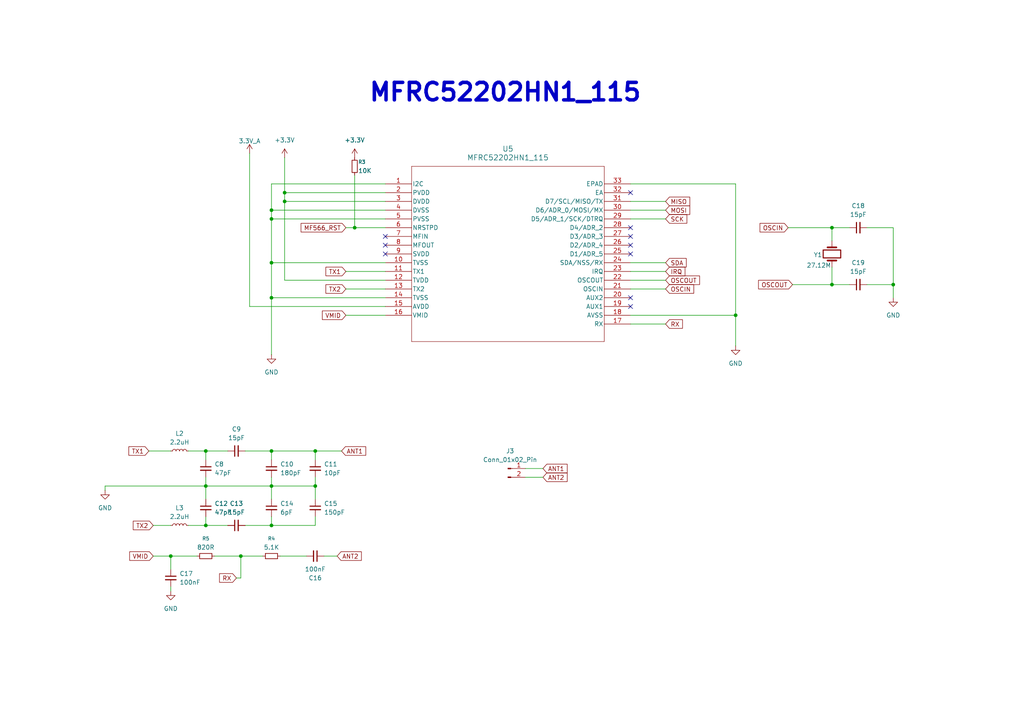
<source format=kicad_sch>
(kicad_sch (version 20250114) (generator "eeschema") (generator_version "9.0")
  (paper "A4")
  (lib_symbols
    (symbol "Connector:Conn_01x02_Pin" (pin_names (offset 1.016) (hide yes))
      (property "Reference" "J" (at 0 2.54 0))
      (property "Value" "Conn_01x02_Pin" (at 0 -5.08 0))
      (symbol "Conn_01x02_Pin_1_1"
        (rectangle (start 0.8636 0.127) (end 0 -0.127) (stroke (width 0.1524)) (fill (type outline)))
        (rectangle (start 0.8636 -2.413) (end 0 -2.667) (stroke (width 0.1524)) (fill (type outline)))
        (polyline (pts (xy 1.27 0) (xy 0.8636 0)) (stroke (width 0.1524)))
        (polyline (pts (xy 1.27 -2.54) (xy 0.8636 -2.54)) (stroke (width 0.1524)))
        (pin passive line (at 5.08 0 180) (length 3.81) (name "Pin_1") (number "1"))
        (pin passive line (at 5.08 -2.54 180) (length 3.81) (name "Pin_2") (number "2"))
      )
    )
    (symbol "Device:C_Small" (pin_numbers (hide yes)) (pin_names (offset 0.254) (hide yes))
      (property "Reference" "C" (at 0.254 1.778 0))
      (property "Value" "C_Small" (at 0.254 -2.032 0))
      (symbol "C_Small_0_1"
        (polyline (pts (xy -1.524 0.508) (xy 1.524 0.508)) (stroke (width 0.3048)))
        (polyline (pts (xy -1.524 -0.508) (xy 1.524 -0.508)) (stroke (width 0.3302)))
      )
      (symbol "C_Small_1_1"
        (pin passive line (at 0 2.54 270) (length 2.032) (name "~") (number "1"))
        (pin passive line (at 0 -2.54 90) (length 2.032) (name "~") (number "2"))
      )
    )
    (symbol "Device:Crystal" (pin_numbers (hide yes)) (pin_names (offset 1.016) (hide yes))
      (property "Reference" "Y" (at 0 3.81 0))
      (property "Value" "Crystal" (at 0 -3.81 0))
      (symbol "Crystal_0_1"
        (polyline (pts (xy -2.54 0) (xy -1.905 0)))
        (polyline (pts (xy -1.905 -1.27) (xy -1.905 1.27)) (stroke (width 0.508)))
        (rectangle (start -1.143 2.54) (end 1.143 -2.54) (stroke (width 0.3048)))
        (polyline (pts (xy 1.905 -1.27) (xy 1.905 1.27)) (stroke (width 0.508)))
        (polyline (pts (xy 2.54 0) (xy 1.905 0)))
      )
      (symbol "Crystal_1_1"
        (pin passive line (at -3.81 0 0) (length 1.27) (name "1") (number "1"))
        (pin passive line (at 3.81 0 180) (length 1.27) (name "2") (number "2"))
      )
    )
    (symbol "Device:L_Small" (pin_numbers (hide yes)) (pin_names (offset 0.254) (hide yes))
      (property "Reference" "L" (at 0.762 1.016 0))
      (property "Value" "L_Small" (at 0.762 -1.016 0))
      (symbol "L_Small_0_1"
        (arc (start 0 2.032) (mid 0.5058 1.524) (end 0 1.016))
        (arc (start 0 1.016) (mid 0.5058 0.508) (end 0 0))
        (arc (start 0 0) (mid 0.5058 -0.508) (end 0 -1.016))
        (arc (start 0 -1.016) (mid 0.5058 -1.524) (end 0 -2.032))
      )
      (symbol "L_Small_1_1"
        (pin passive line (at 0 2.54 270) (length 0.508) (name "~") (number "1"))
        (pin passive line (at 0 -2.54 90) (length 0.508) (name "~") (number "2"))
      )
    )
    (symbol "Device:R_Small" (pin_numbers (hide yes)) (pin_names (offset 0.254) (hide yes))
      (property "Reference" "R" (at 0 0 90))
      (property "Value" "R_Small" (at 1.778 0 90))
      (symbol "R_Small_0_1"
        (rectangle (start -0.762 1.778) (end 0.762 -1.778) (stroke (width 0.2032)))
      )
      (symbol "R_Small_1_1"
        (pin passive line (at 0 2.54 270) (length 0.762) (name "~") (number "1"))
        (pin passive line (at 0 -2.54 90) (length 0.762) (name "~") (number "2"))
      )
    )
    (symbol "MFRC522:MFRC52202HN1_115" (pin_names (offset 0.254))
      (property "Reference" "U" (at 35.56 10.16 0))
      (property "Value" "MFRC52202HN1_115" (at 35.56 7.62 0))
      (symbol "MFRC52202HN1_115_0_1"
        (polyline (pts (xy 7.62 5.08) (xy 7.62 -45.72)) (stroke (width 0.127)))
        (polyline (pts (xy 7.62 -45.72) (xy 63.5 -45.72)) (stroke (width 0.127)))
        (polyline (pts (xy 63.5 5.08) (xy 7.62 5.08)) (stroke (width 0.127)))
        (polyline (pts (xy 63.5 -45.72) (xy 63.5 5.08)) (stroke (width 0.127)))
        (pin input line (at 0 0 0) (length 7.62) (name "I2C") (number "1"))
        (pin power_in line (at 0 -2.54 0) (length 7.62) (name "PVDD") (number "2"))
        (pin power_in line (at 0 -5.08 0) (length 7.62) (name "DVDD") (number "3"))
        (pin power_out line (at 0 -7.62 0) (length 7.62) (name "DVSS") (number "4"))
        (pin power_out line (at 0 -10.16 0) (length 7.62) (name "PVSS") (number "5"))
        (pin input line (at 0 -12.7 0) (length 7.62) (name "NRSTPD") (number "6"))
        (pin input line (at 0 -15.24 0) (length 7.62) (name "MFIN") (number "7"))
        (pin output line (at 0 -17.78 0) (length 7.62) (name "MFOUT") (number "8"))
        (pin power_in line (at 0 -20.32 0) (length 7.62) (name "SVDD") (number "9"))
        (pin power_out line (at 0 -22.86 0) (length 7.62) (name "TVSS") (number "10"))
        (pin output line (at 0 -25.4 0) (length 7.62) (name "TX1") (number "11"))
        (pin power_in line (at 0 -27.94 0) (length 7.62) (name "TVDD") (number "12"))
        (pin output line (at 0 -30.48 0) (length 7.62) (name "TX2") (number "13"))
        (pin power_out line (at 0 -33.02 0) (length 7.62) (name "TVSS") (number "14"))
        (pin power_in line (at 0 -35.56 0) (length 7.62) (name "AVDD") (number "15"))
        (pin power_in line (at 0 -38.1 0) (length 7.62) (name "VMID") (number "16"))
        (pin power_out line (at 71.12 0 180) (length 7.62) (name "EPAD") (number "33"))
        (pin input line (at 71.12 -2.54 180) (length 7.62) (name "EA") (number "32"))
        (pin bidirectional line (at 71.12 -5.08 180) (length 7.62) (name "D7/SCL/MISO/TX") (number "31"))
        (pin bidirectional line (at 71.12 -7.62 180) (length 7.62) (name "D6/ADR_0/MOSI/MX") (number "30"))
        (pin bidirectional line (at 71.12 -10.16 180) (length 7.62) (name "D5/ADR_1/SCK/DTRQ") (number "29"))
        (pin bidirectional line (at 71.12 -12.7 180) (length 7.62) (name "D4/ADR_2") (number "28"))
        (pin bidirectional line (at 71.12 -15.24 180) (length 7.62) (name "D3/ADR_3") (number "27"))
        (pin bidirectional line (at 71.12 -17.78 180) (length 7.62) (name "D2/ADR_4") (number "26"))
        (pin bidirectional line (at 71.12 -20.32 180) (length 7.62) (name "D1/ADR_5") (number "25"))
        (pin bidirectional line (at 71.12 -22.86 180) (length 7.62) (name "SDA/NSS/RX") (number "24"))
        (pin output line (at 71.12 -25.4 180) (length 7.62) (name "IRQ") (number "23"))
        (pin output line (at 71.12 -27.94 180) (length 7.62) (name "OSCOUT") (number "22"))
        (pin input line (at 71.12 -30.48 180) (length 7.62) (name "OSCIN") (number "21"))
        (pin output line (at 71.12 -33.02 180) (length 7.62) (name "AUX2") (number "20"))
        (pin output line (at 71.12 -35.56 180) (length 7.62) (name "AUX1") (number "19"))
        (pin power_out line (at 71.12 -38.1 180) (length 7.62) (name "AVSS") (number "18"))
        (pin input line (at 71.12 -40.64 180) (length 7.62) (name "RX") (number "17"))
      )
    )
    (symbol "SparkFun-PowerSymbol:3.3V_A" (power) (pin_names (offset 0))
      (property "Value" "3.3V_A" (at 0 3.81 0))
      (symbol "3.3V_A_0_1"
        (polyline (pts (xy -0.762 1.27) (xy 0 2.54)))
        (polyline (pts (xy 0 2.54) (xy 0.762 1.27)))
        (polyline (pts (xy 0 0) (xy 0 2.54)))
      )
      (symbol "3.3V_A_1_1"
        (pin power_in line (at 0 0 90) (length 0) (hide yes) (name "3.3V_A") (number "1"))
      )
    )
    (symbol "power:+3.3V" (power) (pin_numbers (hide yes)) (pin_names (offset 0) (hide yes))
      (property "Value" "+3.3V" (at 0 3.556 0))
      (symbol "+3.3V_0_1"
        (polyline (pts (xy -0.762 1.27) (xy 0 2.54)))
        (polyline (pts (xy 0 2.54) (xy 0.762 1.27)))
        (polyline (pts (xy 0 0) (xy 0 2.54)))
      )
      (symbol "+3.3V_1_1"
        (pin power_in line (at 0 0 90) (length 0) (name "~") (number "1"))
      )
    )
    (symbol "power:GND" (power) (pin_numbers (hide yes)) (pin_names (offset 0) (hide yes))
      (property "Value" "GND" (at 0 -3.81 0))
      (symbol "GND_0_1"
        (polyline (pts (xy 0 0) (xy 0 -1.27) (xy 1.27 -1.27) (xy 0 -2.54) (xy -1.27 -1.27) (xy 0 -1.27)))
      )
      (symbol "GND_1_1"
        (pin power_in line (at 0 0 270) (length 0) (name "~") (number "1"))
      )
    )
  )
  (text "MFRC52202HN1_115" (at 146.558 26.924 0) (effects (font (size 5.08 5.08) (thickness 1.016) (bold yes))))
  (junction (at 91.44 140.97))
  (junction (at 69.85 161.29))
  (junction (at 59.69 130.81))
  (junction (at 78.74 152.4))
  (junction (at 259.08 82.55))
  (junction (at 91.44 130.81))
  (junction (at 82.55 55.88))
  (junction (at 241.3 66.04))
  (junction (at 59.69 140.97))
  (junction (at 49.53 161.29))
  (junction (at 78.74 86.36))
  (junction (at 241.3 82.55))
  (junction (at 78.74 140.97))
  (junction (at 213.36 91.44))
  (junction (at 59.69 152.4))
  (junction (at 78.74 63.5))
  (junction (at 78.74 60.96))
  (junction (at 102.87 66.04))
  (junction (at 78.74 76.2))
  (junction (at 78.74 130.81))
  (junction (at 82.55 58.42))
  (no_connect (at 111.76 73.66))
  (no_connect (at 182.88 73.66))
  (no_connect (at 182.88 55.88))
  (no_connect (at 182.88 66.04))
  (no_connect (at 182.88 86.36))
  (no_connect (at 111.76 71.12))
  (no_connect (at 111.76 68.58))
  (no_connect (at 182.88 71.12))
  (no_connect (at 182.88 68.58))
  (no_connect (at 182.88 88.9))
  (wire (pts (xy 78.74 86.36) (xy 111.76 86.36)))
  (wire (pts (xy 49.53 165.1) (xy 49.53 161.29)))
  (wire (pts (xy 241.3 82.55) (xy 241.3 77.47)))
  (wire (pts (xy 213.36 100.33) (xy 213.36 91.44)))
  (wire (pts (xy 241.3 66.04) (xy 241.3 69.85)))
  (wire (pts (xy 78.74 140.97) (xy 91.44 140.97)))
  (wire (pts (xy 78.74 130.81) (xy 91.44 130.81)))
  (wire (pts (xy 59.69 152.4) (xy 59.69 149.86)))
  (wire (pts (xy 68.58 167.64) (xy 69.85 167.64)))
  (wire (pts (xy 78.74 53.34) (xy 78.74 60.96)))
  (wire (pts (xy 152.4 138.43) (xy 157.48 138.43)))
  (wire (pts (xy 62.23 161.29) (xy 69.85 161.29)))
  (wire (pts (xy 91.44 140.97) (xy 91.44 144.78)))
  (wire (pts (xy 78.74 76.2) (xy 111.76 76.2)))
  (wire (pts (xy 59.69 140.97) (xy 78.74 140.97)))
  (wire (pts (xy 259.08 82.55) (xy 259.08 86.36)))
  (wire (pts (xy 44.45 161.29) (xy 49.53 161.29)))
  (wire (pts (xy 71.12 130.81) (xy 78.74 130.81)))
  (wire (pts (xy 182.88 76.2) (xy 193.04 76.2)))
  (wire (pts (xy 100.33 83.82) (xy 111.76 83.82)))
  (wire (pts (xy 78.74 60.96) (xy 111.76 60.96)))
  (wire (pts (xy 78.74 53.34) (xy 111.76 53.34)))
  (wire (pts (xy 78.74 149.86) (xy 78.74 152.4)))
  (wire (pts (xy 111.76 63.5) (xy 78.74 63.5)))
  (wire (pts (xy 182.88 58.42) (xy 193.04 58.42)))
  (wire (pts (xy 54.61 152.4) (xy 59.69 152.4)))
  (wire (pts (xy 100.33 66.04) (xy 102.87 66.04)))
  (wire (pts (xy 30.48 140.97) (xy 59.69 140.97)))
  (wire (pts (xy 213.36 53.34) (xy 182.88 53.34)))
  (wire (pts (xy 78.74 63.5) (xy 78.74 76.2)))
  (wire (pts (xy 78.74 140.97) (xy 78.74 144.78)))
  (wire (pts (xy 78.74 133.35) (xy 78.74 130.81)))
  (wire (pts (xy 72.39 88.9) (xy 111.76 88.9)))
  (wire (pts (xy 111.76 58.42) (xy 82.55 58.42)))
  (wire (pts (xy 54.61 130.81) (xy 59.69 130.81)))
  (wire (pts (xy 91.44 133.35) (xy 91.44 130.81)))
  (wire (pts (xy 72.39 44.45) (xy 72.39 88.9)))
  (wire (pts (xy 182.88 91.44) (xy 213.36 91.44)))
  (wire (pts (xy 182.88 93.98) (xy 193.04 93.98)))
  (wire (pts (xy 82.55 81.28) (xy 82.55 58.42)))
  (wire (pts (xy 111.76 81.28) (xy 82.55 81.28)))
  (wire (pts (xy 182.88 83.82) (xy 193.04 83.82)))
  (wire (pts (xy 59.69 130.81) (xy 66.04 130.81)))
  (wire (pts (xy 259.08 66.04) (xy 251.46 66.04)))
  (wire (pts (xy 59.69 130.81) (xy 59.69 133.35)))
  (wire (pts (xy 78.74 76.2) (xy 78.74 86.36)))
  (wire (pts (xy 69.85 161.29) (xy 76.2 161.29)))
  (wire (pts (xy 228.6 66.04) (xy 241.3 66.04)))
  (wire (pts (xy 59.69 140.97) (xy 59.69 144.78)))
  (wire (pts (xy 82.55 55.88) (xy 111.76 55.88)))
  (wire (pts (xy 44.45 152.4) (xy 49.53 152.4)))
  (wire (pts (xy 82.55 58.42) (xy 82.55 55.88)))
  (wire (pts (xy 59.69 152.4) (xy 66.04 152.4)))
  (wire (pts (xy 182.88 60.96) (xy 193.04 60.96)))
  (wire (pts (xy 259.08 66.04) (xy 259.08 82.55)))
  (wire (pts (xy 91.44 130.81) (xy 99.06 130.81)))
  (wire (pts (xy 229.87 82.55) (xy 241.3 82.55)))
  (wire (pts (xy 78.74 86.36) (xy 78.74 102.87)))
  (wire (pts (xy 182.88 63.5) (xy 193.04 63.5)))
  (wire (pts (xy 241.3 82.55) (xy 246.38 82.55)))
  (wire (pts (xy 91.44 149.86) (xy 91.44 152.4)))
  (wire (pts (xy 182.88 81.28) (xy 193.04 81.28)))
  (wire (pts (xy 213.36 91.44) (xy 213.36 53.34)))
  (wire (pts (xy 30.48 142.24) (xy 30.48 140.97)))
  (wire (pts (xy 49.53 170.18) (xy 49.53 171.45)))
  (wire (pts (xy 102.87 66.04) (xy 111.76 66.04)))
  (wire (pts (xy 59.69 140.97) (xy 59.69 138.43)))
  (wire (pts (xy 152.4 135.89) (xy 157.48 135.89)))
  (wire (pts (xy 102.87 50.8) (xy 102.87 66.04)))
  (wire (pts (xy 78.74 60.96) (xy 78.74 63.5)))
  (wire (pts (xy 78.74 138.43) (xy 78.74 140.97)))
  (wire (pts (xy 81.28 161.29) (xy 88.9 161.29)))
  (wire (pts (xy 91.44 138.43) (xy 91.44 140.97)))
  (wire (pts (xy 82.55 45.72) (xy 82.55 55.88)))
  (wire (pts (xy 49.53 161.29) (xy 57.15 161.29)))
  (wire (pts (xy 78.74 152.4) (xy 91.44 152.4)))
  (wire (pts (xy 97.79 161.29) (xy 93.98 161.29)))
  (wire (pts (xy 100.33 78.74) (xy 111.76 78.74)))
  (wire (pts (xy 71.12 152.4) (xy 78.74 152.4)))
  (wire (pts (xy 241.3 66.04) (xy 246.38 66.04)))
  (wire (pts (xy 69.85 167.64) (xy 69.85 161.29)))
  (wire (pts (xy 251.46 82.55) (xy 259.08 82.55)))
  (wire (pts (xy 182.88 78.74) (xy 193.04 78.74)))
  (wire (pts (xy 100.33 91.44) (xy 111.76 91.44)))
  (wire (pts (xy 43.18 130.81) (xy 49.53 130.81)))
  (global_label "VMID" (shape input) (at 100.33 91.44 180) (property "Intersheetrefs" "${INTERSHEET_REFS}" (effects (hide yes))))
  (global_label "ANT1" (shape input) (at 157.48 135.89 0) (property "Intersheetrefs" "${INTERSHEET_REFS}" (effects (hide yes))))
  (global_label "MISO" (shape input) (at 193.04 58.42 0) (property "Intersheetrefs" "${INTERSHEET_REFS}" (effects (hide yes))))
  (global_label "OSCIN" (shape input) (at 228.6 66.04 180) (property "Intersheetrefs" "${INTERSHEET_REFS}" (effects (hide yes))))
  (global_label "TX2" (shape input) (at 100.33 83.82 180) (property "Intersheetrefs" "${INTERSHEET_REFS}" (effects (hide yes))))
  (global_label "VMID" (shape input) (at 44.45 161.29 180) (property "Intersheetrefs" "${INTERSHEET_REFS}" (effects (hide yes))))
  (global_label "ANT1" (shape input) (at 99.06 130.81 0) (property "Intersheetrefs" "${INTERSHEET_REFS}" (effects (hide yes))))
  (global_label "SDA" (shape input) (at 193.04 76.2 0) (property "Intersheetrefs" "${INTERSHEET_REFS}" (effects (hide yes))))
  (global_label "ANT2" (shape input) (at 157.48 138.43 0) (property "Intersheetrefs" "${INTERSHEET_REFS}" (effects (hide yes))))
  (global_label "OSCOUT" (shape input) (at 193.04 81.28 0) (property "Intersheetrefs" "${INTERSHEET_REFS}" (effects (hide yes))))
  (global_label "TX1" (shape input) (at 100.33 78.74 180) (property "Intersheetrefs" "${INTERSHEET_REFS}" (effects (hide yes))))
  (global_label "OSCOUT" (shape input) (at 229.87 82.55 180) (property "Intersheetrefs" "${INTERSHEET_REFS}" (effects (hide yes))))
  (global_label "RX" (shape input) (at 68.58 167.64 180) (property "Intersheetrefs" "${INTERSHEET_REFS}" (effects (hide yes))))
  (global_label "MOSI" (shape input) (at 193.04 60.96 0) (property "Intersheetrefs" "${INTERSHEET_REFS}" (effects (hide yes))))
  (global_label "TX2" (shape input) (at 44.45 152.4 180) (property "Intersheetrefs" "${INTERSHEET_REFS}" (effects (hide yes))))
  (global_label "SCK" (shape input) (at 193.04 63.5 0) (property "Intersheetrefs" "${INTERSHEET_REFS}" (effects (hide yes))))
  (global_label "OSCIN" (shape input) (at 193.04 83.82 0) (property "Intersheetrefs" "${INTERSHEET_REFS}" (effects (hide yes))))
  (global_label "IRQ" (shape input) (at 193.04 78.74 0) (property "Intersheetrefs" "${INTERSHEET_REFS}" (effects (hide yes))))
  (global_label "TX1" (shape input) (at 43.18 130.81 180) (property "Intersheetrefs" "${INTERSHEET_REFS}" (effects (hide yes))))
  (global_label "ANT2" (shape input) (at 97.79 161.29 0) (property "Intersheetrefs" "${INTERSHEET_REFS}" (effects (hide yes))))
  (global_label "MF566_RST" (shape input) (at 100.33 66.04 180) (property "Intersheetrefs" "${INTERSHEET_REFS}" (effects (hide yes))))
  (global_label "RX" (shape input) (at 193.04 93.98 0) (property "Intersheetrefs" "${INTERSHEET_REFS}" (effects (hide yes))))
  (symbol (lib_id "Connector:Conn_01x02_Pin") (at 147.32 135.89 0) (unit 1)
    (property "Reference" "J3" (at 147.955 130.81 0))
    (property "Value" "Conn_01x02_Pin" (at 147.955 133.35 0))
    (property "Footprint" "Connector_PinSocket_2.54mm:PinSocket_1x02_P2.54mm_Vertical" (effects (hide yes)))
    (property "Description" "Generic connector, single row, 01x02, script generated" (effects (hide yes)))
  )
  (symbol (lib_id "Device:C_Small") (at 91.44 147.32 0) (unit 1)
    (property "Reference" "C15" (at 93.98 146.0562 0) (effects (justify left)))
    (property "Value" "150pF" (at 93.98 148.5962 0) (effects (justify left)))
    (property "Footprint" "Capacitor_SMD:C_0603_1608Metric" (effects (hide yes)))
    (property "Description" "Unpolarized capacitor, small symbol" (effects (hide yes)))
  )
  (symbol (lib_id "Device:C_Small") (at 91.44 161.29 270) (unit 1)
    (property "Reference" "C16" (at 91.4337 167.64 90))
    (property "Value" "100nF" (at 91.4337 165.1 90))
    (property "Footprint" "Capacitor_SMD:C_0603_1608Metric" (effects (hide yes)))
    (property "Description" "Unpolarized capacitor, small symbol" (effects (hide yes)))
  )
  (symbol (lib_id "power:GND") (at 78.74 102.87 0) (unit 1)
    (property "Reference" "#PWR02" (effects (hide yes)))
    (property "Value" "GND" (at 78.74 107.95 0))
    (property "Description" "Power symbol creates a global label with name \"GND\" , ground" (effects (hide yes)))
  )
  (symbol (lib_id "MFRC522:MFRC52202HN1_115") (at 111.76 53.34 0) (unit 1)
    (property "Reference" "U5" (at 147.32 43.18 0) (effects (font (size 1.524 1.524))))
    (property "Value" "MFRC52202HN1_115" (at 147.32 45.72 0) (effects (font (size 1.524 1.524))))
    (property "Footprint" "MFRC5200:HVQFN32_SOT617-1_NXP" (effects (hide yes)))
    (property "Datasheet" "MFRC52202HN1_115" (effects (hide yes)))
  )
  (symbol (lib_id "power:GND") (at 49.53 171.45 0) (unit 1)
    (property "Reference" "#PWR07" (effects (hide yes)))
    (property "Value" "GND" (at 49.53 176.53 0))
    (property "Description" "Power symbol creates a global label with name \"GND\" , ground" (effects (hide yes)))
  )
  (symbol (lib_id "power:GND") (at 259.08 86.36 0) (unit 1)
    (property "Reference" "#PWR08" (effects (hide yes)))
    (property "Value" "GND" (at 259.08 91.44 0))
    (property "Description" "Power symbol creates a global label with name \"GND\" , ground" (effects (hide yes)))
  )
  (symbol (lib_id "Device:R_Small") (at 102.87 48.26 0) (unit 1)
    (property "Reference" "R3" (at 103.886 46.99 0) (effects (font (size 1.016 1.016)) (justify left)))
    (property "Value" "10K" (at 103.886 49.53 0) (effects (justify left)))
    (property "Footprint" "Resistor_SMD:R_0603_1608Metric" (effects (hide yes)))
    (property "Description" "Resistor, small symbol" (effects (hide yes)))
  )
  (symbol (lib_id "Device:C_Small") (at 248.92 82.55 90) (unit 1)
    (property "Reference" "C19" (at 248.9263 76.2 90))
    (property "Value" "15pF" (at 248.9263 78.74 90))
    (property "Footprint" "Capacitor_SMD:C_0603_1608Metric" (effects (hide yes)))
    (property "Description" "Unpolarized capacitor, small symbol" (effects (hide yes)))
  )
  (symbol (lib_id "power:+3.3V") (at 102.87 45.72 0) (unit 1)
    (property "Reference" "#PWR05" (effects (hide yes)))
    (property "Value" "+3.3V" (at 102.87 40.64 0))
    (property "Description" "Power symbol creates a global label with name \"+3.3V\"" (effects (hide yes)))
  )
  (symbol (lib_id "Device:C_Small") (at 91.44 135.89 0) (unit 1)
    (property "Reference" "C11" (at 93.98 134.6262 0) (effects (justify left)))
    (property "Value" "10pF" (at 93.98 137.1662 0) (effects (justify left)))
    (property "Footprint" "Capacitor_SMD:C_0603_1608Metric" (effects (hide yes)))
    (property "Description" "Unpolarized capacitor, small symbol" (effects (hide yes)))
  )
  (symbol (lib_id "Device:C_Small") (at 49.53 167.64 0) (unit 1)
    (property "Reference" "C17" (at 52.07 166.3762 0) (effects (justify left)))
    (property "Value" "100nF" (at 52.07 168.9162 0) (effects (justify left)))
    (property "Footprint" "Capacitor_SMD:C_0603_1608Metric" (effects (hide yes)))
    (property "Description" "Unpolarized capacitor, small symbol" (effects (hide yes)))
  )
  (symbol (lib_id "Device:R_Small") (at 59.69 161.29 90) (unit 1)
    (property "Reference" "R5" (at 59.69 156.21 90) (effects (font (size 1.016 1.016))))
    (property "Value" "820R" (at 59.69 158.75 90))
    (property "Footprint" "Resistor_SMD:R_0603_1608Metric" (effects (hide yes)))
    (property "Description" "Resistor, small symbol" (effects (hide yes)))
  )
  (symbol (lib_id "Device:C_Small") (at 78.74 135.89 0) (unit 1)
    (property "Reference" "C10" (at 81.28 134.6262 0) (effects (justify left)))
    (property "Value" "180pF" (at 81.28 137.1662 0) (effects (justify left)))
    (property "Footprint" "Capacitor_SMD:C_0603_1608Metric" (effects (hide yes)))
    (property "Description" "Unpolarized capacitor, small symbol" (effects (hide yes)))
  )
  (symbol (lib_id "Device:C_Small") (at 248.92 66.04 90) (unit 1)
    (property "Reference" "C18" (at 248.9263 59.69 90))
    (property "Value" "15pF" (at 248.9263 62.23 90))
    (property "Footprint" "Capacitor_SMD:C_0603_1608Metric" (effects (hide yes)))
    (property "Description" "Unpolarized capacitor, small symbol" (effects (hide yes)))
  )
  (symbol (lib_id "power:GND") (at 213.36 100.33 0) (unit 1)
    (property "Reference" "#PWR04" (effects (hide yes)))
    (property "Value" "GND" (at 213.36 105.41 0))
    (property "Description" "Power symbol creates a global label with name \"GND\" , ground" (effects (hide yes)))
  )
  (symbol (lib_id "power:GND") (at 30.48 142.24 0) (unit 1)
    (property "Reference" "#PWR06" (effects (hide yes)))
    (property "Value" "GND" (at 30.48 147.32 0))
    (property "Description" "Power symbol creates a global label with name \"GND\" , ground" (effects (hide yes)))
  )
  (symbol (lib_id "SparkFun-PowerSymbol:3.3V_A") (at 72.39 44.45 0) (unit 1)
    (property "Reference" "#PWR037" (effects (hide yes)))
    (property "Value" "3.3V_A" (at 72.39 40.894 0))
    (property "Description" "Power symbol creates a global label with name \"3.3V_A\"" (effects (hide yes)))
  )
  (symbol (lib_id "Device:C_Small") (at 68.58 152.4 90) (unit 1)
    (property "Reference" "C13" (at 68.5863 146.05 90))
    (property "Value" "15pF" (at 68.5863 148.59 90))
    (property "Footprint" "Capacitor_SMD:C_0603_1608Metric" (effects (hide yes)))
    (property "Description" "Unpolarized capacitor, small symbol" (effects (hide yes)))
  )
  (symbol (lib_id "Device:L_Small") (at 52.07 130.81 90) (unit 1)
    (property "Reference" "L2" (at 52.07 125.73 90))
    (property "Value" "2.2uH" (at 52.07 128.27 90))
    (property "Footprint" "Inductor_SMD:L_0603_1608Metric" (effects (hide yes)))
    (property "Description" "Inductor, small symbol" (effects (hide yes)))
  )
  (symbol (lib_id "Device:C_Small") (at 68.58 130.81 90) (unit 1)
    (property "Reference" "C9" (at 68.5863 124.46 90))
    (property "Value" "15pF" (at 68.5863 127 90))
    (property "Footprint" "Capacitor_SMD:C_0603_1608Metric" (effects (hide yes)))
    (property "Description" "Unpolarized capacitor, small symbol" (effects (hide yes)))
  )
  (symbol (lib_id "Device:Crystal") (at 241.3 73.66 90) (unit 1)
    (property "Reference" "Y1" (at 235.966 73.914 90) (effects (justify right)))
    (property "Value" "27.12M" (at 233.934 76.962 90) (effects (justify right)))
    (property "Footprint" "Crystal:Crystal_SMD_TXC_7A-2Pin_5x3.2mm" (effects (hide yes)))
    (property "Description" "Two pin crystal" (effects (hide yes)))
  )
  (symbol (lib_id "Device:R_Small") (at 78.74 161.29 90) (unit 1)
    (property "Reference" "R4" (at 78.74 156.21 90) (effects (font (size 1.016 1.016))))
    (property "Value" "5.1K" (at 78.74 158.75 90))
    (property "Footprint" "Resistor_SMD:R_0603_1608Metric" (effects (hide yes)))
    (property "Description" "Resistor, small symbol" (effects (hide yes)))
  )
  (symbol (lib_id "power:+3.3V") (at 82.55 45.72 0) (unit 1)
    (property "Reference" "#PWR03" (effects (hide yes)))
    (property "Value" "+3.3V" (at 82.55 40.64 0))
    (property "Description" "Power symbol creates a global label with name \"+3.3V\"" (effects (hide yes)))
  )
  (symbol (lib_id "Device:C_Small") (at 59.69 135.89 0) (unit 1)
    (property "Reference" "C8" (at 62.23 134.6262 0) (effects (justify left)))
    (property "Value" "47pF" (at 62.23 137.1662 0) (effects (justify left)))
    (property "Footprint" "Capacitor_SMD:C_0603_1608Metric" (effects (hide yes)))
    (property "Description" "Unpolarized capacitor, small symbol" (effects (hide yes)))
  )
  (symbol (lib_id "Device:C_Small") (at 78.74 147.32 0) (unit 1)
    (property "Reference" "C14" (at 81.28 146.0562 0) (effects (justify left)))
    (property "Value" "6pF" (at 81.28 148.5962 0) (effects (justify left)))
    (property "Footprint" "Capacitor_SMD:C_0603_1608Metric" (effects (hide yes)))
    (property "Description" "Unpolarized capacitor, small symbol" (effects (hide yes)))
  )
  (symbol (lib_id "Device:L_Small") (at 52.07 152.4 90) (unit 1)
    (property "Reference" "L3" (at 52.07 147.32 90))
    (property "Value" "2.2uH" (at 52.07 149.86 90))
    (property "Footprint" "Inductor_SMD:L_0603_1608Metric" (effects (hide yes)))
    (property "Description" "Inductor, small symbol" (effects (hide yes)))
  )
  (symbol (lib_id "Device:C_Small") (at 59.69 147.32 0) (unit 1)
    (property "Reference" "C12" (at 62.23 146.0562 0) (effects (justify left)))
    (property "Value" "47pF" (at 62.23 148.5962 0) (effects (justify left)))
    (property "Footprint" "Capacitor_SMD:C_0603_1608Metric" (effects (hide yes)))
    (property "Description" "Unpolarized capacitor, small symbol" (effects (hide yes)))
  )
)
</source>
